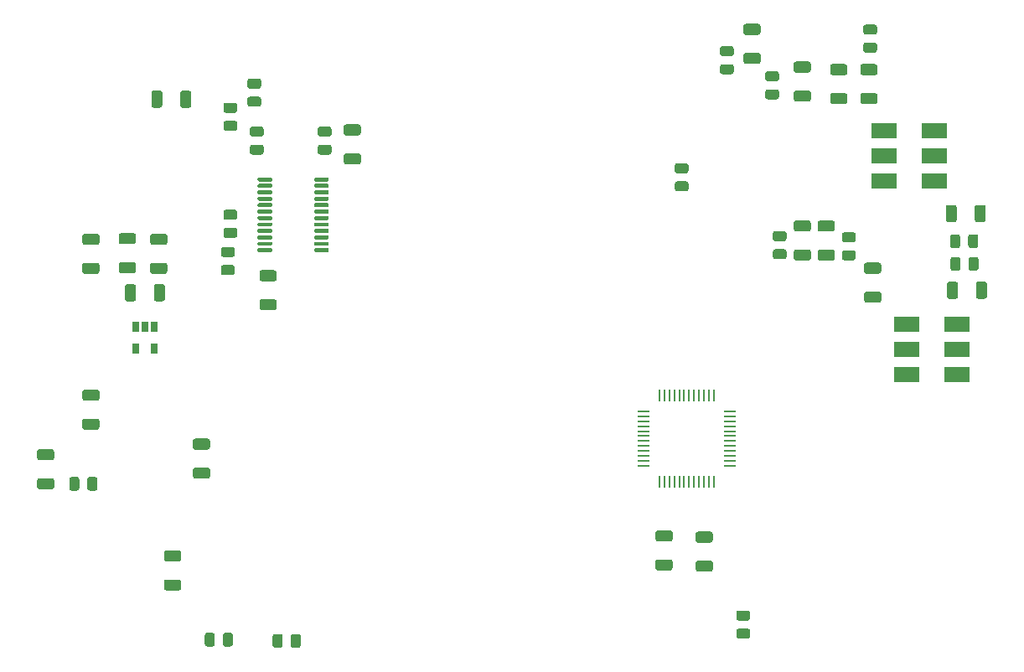
<source format=gbr>
%TF.GenerationSoftware,KiCad,Pcbnew,5.1.10-88a1d61d58~88~ubuntu18.04.1*%
%TF.CreationDate,2021-07-13T17:51:20-03:00*%
%TF.ProjectId,ASBF,41534246-2e6b-4696-9361-645f70636258,V1.1*%
%TF.SameCoordinates,Original*%
%TF.FileFunction,Paste,Top*%
%TF.FilePolarity,Positive*%
%FSLAX46Y46*%
G04 Gerber Fmt 4.6, Leading zero omitted, Abs format (unit mm)*
G04 Created by KiCad (PCBNEW 5.1.10-88a1d61d58~88~ubuntu18.04.1) date 2021-07-13 17:51:20*
%MOMM*%
%LPD*%
G01*
G04 APERTURE LIST*
%ADD10R,2.540000X1.650000*%
%ADD11R,0.250000X1.300000*%
%ADD12R,1.300000X0.250000*%
%ADD13R,0.650000X1.060000*%
G04 APERTURE END LIST*
D10*
%TO.C,TR1*%
X173736000Y-56769000D03*
X173736000Y-59309000D03*
X173736000Y-61849000D03*
X168656000Y-61849000D03*
X168656000Y-59309000D03*
X168656000Y-56769000D03*
%TD*%
D11*
%TO.C,U3*%
X143681000Y-63976000D03*
X144181000Y-63976000D03*
X144681000Y-63976000D03*
X145181000Y-63976000D03*
X145681000Y-63976000D03*
X146181000Y-63976000D03*
X146681000Y-63976000D03*
X147181000Y-63976000D03*
X147681000Y-63976000D03*
X148181000Y-63976000D03*
X148681000Y-63976000D03*
X149181000Y-63976000D03*
D12*
X150781000Y-65576000D03*
X150781000Y-66076000D03*
X150781000Y-66576000D03*
X150781000Y-67076000D03*
X150781000Y-67576000D03*
X150781000Y-68076000D03*
X150781000Y-68576000D03*
X150781000Y-69076000D03*
X150781000Y-69576000D03*
X150781000Y-70076000D03*
X150781000Y-70576000D03*
X150781000Y-71076000D03*
D11*
X149181000Y-72676000D03*
X148681000Y-72676000D03*
X148181000Y-72676000D03*
X147681000Y-72676000D03*
X147181000Y-72676000D03*
X146681000Y-72676000D03*
X146181000Y-72676000D03*
X145681000Y-72676000D03*
X145181000Y-72676000D03*
X144681000Y-72676000D03*
X144181000Y-72676000D03*
X143681000Y-72676000D03*
D12*
X142081000Y-71076000D03*
X142081000Y-70576000D03*
X142081000Y-70076000D03*
X142081000Y-69576000D03*
X142081000Y-69076000D03*
X142081000Y-68576000D03*
X142081000Y-68076000D03*
X142081000Y-67576000D03*
X142081000Y-67076000D03*
X142081000Y-66576000D03*
X142081000Y-66076000D03*
X142081000Y-65576000D03*
%TD*%
%TO.C,U2*%
G36*
G01*
X108805000Y-42245000D02*
X108805000Y-42045000D01*
G75*
G02*
X108905000Y-41945000I100000J0D01*
G01*
X110180000Y-41945000D01*
G75*
G02*
X110280000Y-42045000I0J-100000D01*
G01*
X110280000Y-42245000D01*
G75*
G02*
X110180000Y-42345000I-100000J0D01*
G01*
X108905000Y-42345000D01*
G75*
G02*
X108805000Y-42245000I0J100000D01*
G01*
G37*
G36*
G01*
X108805000Y-42895000D02*
X108805000Y-42695000D01*
G75*
G02*
X108905000Y-42595000I100000J0D01*
G01*
X110180000Y-42595000D01*
G75*
G02*
X110280000Y-42695000I0J-100000D01*
G01*
X110280000Y-42895000D01*
G75*
G02*
X110180000Y-42995000I-100000J0D01*
G01*
X108905000Y-42995000D01*
G75*
G02*
X108805000Y-42895000I0J100000D01*
G01*
G37*
G36*
G01*
X108805000Y-43545000D02*
X108805000Y-43345000D01*
G75*
G02*
X108905000Y-43245000I100000J0D01*
G01*
X110180000Y-43245000D01*
G75*
G02*
X110280000Y-43345000I0J-100000D01*
G01*
X110280000Y-43545000D01*
G75*
G02*
X110180000Y-43645000I-100000J0D01*
G01*
X108905000Y-43645000D01*
G75*
G02*
X108805000Y-43545000I0J100000D01*
G01*
G37*
G36*
G01*
X108805000Y-44195000D02*
X108805000Y-43995000D01*
G75*
G02*
X108905000Y-43895000I100000J0D01*
G01*
X110180000Y-43895000D01*
G75*
G02*
X110280000Y-43995000I0J-100000D01*
G01*
X110280000Y-44195000D01*
G75*
G02*
X110180000Y-44295000I-100000J0D01*
G01*
X108905000Y-44295000D01*
G75*
G02*
X108805000Y-44195000I0J100000D01*
G01*
G37*
G36*
G01*
X108805000Y-44845000D02*
X108805000Y-44645000D01*
G75*
G02*
X108905000Y-44545000I100000J0D01*
G01*
X110180000Y-44545000D01*
G75*
G02*
X110280000Y-44645000I0J-100000D01*
G01*
X110280000Y-44845000D01*
G75*
G02*
X110180000Y-44945000I-100000J0D01*
G01*
X108905000Y-44945000D01*
G75*
G02*
X108805000Y-44845000I0J100000D01*
G01*
G37*
G36*
G01*
X108805000Y-45495000D02*
X108805000Y-45295000D01*
G75*
G02*
X108905000Y-45195000I100000J0D01*
G01*
X110180000Y-45195000D01*
G75*
G02*
X110280000Y-45295000I0J-100000D01*
G01*
X110280000Y-45495000D01*
G75*
G02*
X110180000Y-45595000I-100000J0D01*
G01*
X108905000Y-45595000D01*
G75*
G02*
X108805000Y-45495000I0J100000D01*
G01*
G37*
G36*
G01*
X108805000Y-46145000D02*
X108805000Y-45945000D01*
G75*
G02*
X108905000Y-45845000I100000J0D01*
G01*
X110180000Y-45845000D01*
G75*
G02*
X110280000Y-45945000I0J-100000D01*
G01*
X110280000Y-46145000D01*
G75*
G02*
X110180000Y-46245000I-100000J0D01*
G01*
X108905000Y-46245000D01*
G75*
G02*
X108805000Y-46145000I0J100000D01*
G01*
G37*
G36*
G01*
X108805000Y-46795000D02*
X108805000Y-46595000D01*
G75*
G02*
X108905000Y-46495000I100000J0D01*
G01*
X110180000Y-46495000D01*
G75*
G02*
X110280000Y-46595000I0J-100000D01*
G01*
X110280000Y-46795000D01*
G75*
G02*
X110180000Y-46895000I-100000J0D01*
G01*
X108905000Y-46895000D01*
G75*
G02*
X108805000Y-46795000I0J100000D01*
G01*
G37*
G36*
G01*
X108805000Y-47445000D02*
X108805000Y-47245000D01*
G75*
G02*
X108905000Y-47145000I100000J0D01*
G01*
X110180000Y-47145000D01*
G75*
G02*
X110280000Y-47245000I0J-100000D01*
G01*
X110280000Y-47445000D01*
G75*
G02*
X110180000Y-47545000I-100000J0D01*
G01*
X108905000Y-47545000D01*
G75*
G02*
X108805000Y-47445000I0J100000D01*
G01*
G37*
G36*
G01*
X108805000Y-48095000D02*
X108805000Y-47895000D01*
G75*
G02*
X108905000Y-47795000I100000J0D01*
G01*
X110180000Y-47795000D01*
G75*
G02*
X110280000Y-47895000I0J-100000D01*
G01*
X110280000Y-48095000D01*
G75*
G02*
X110180000Y-48195000I-100000J0D01*
G01*
X108905000Y-48195000D01*
G75*
G02*
X108805000Y-48095000I0J100000D01*
G01*
G37*
G36*
G01*
X108805000Y-48745000D02*
X108805000Y-48545000D01*
G75*
G02*
X108905000Y-48445000I100000J0D01*
G01*
X110180000Y-48445000D01*
G75*
G02*
X110280000Y-48545000I0J-100000D01*
G01*
X110280000Y-48745000D01*
G75*
G02*
X110180000Y-48845000I-100000J0D01*
G01*
X108905000Y-48845000D01*
G75*
G02*
X108805000Y-48745000I0J100000D01*
G01*
G37*
G36*
G01*
X108805000Y-49395000D02*
X108805000Y-49195000D01*
G75*
G02*
X108905000Y-49095000I100000J0D01*
G01*
X110180000Y-49095000D01*
G75*
G02*
X110280000Y-49195000I0J-100000D01*
G01*
X110280000Y-49395000D01*
G75*
G02*
X110180000Y-49495000I-100000J0D01*
G01*
X108905000Y-49495000D01*
G75*
G02*
X108805000Y-49395000I0J100000D01*
G01*
G37*
G36*
G01*
X103080000Y-49395000D02*
X103080000Y-49195000D01*
G75*
G02*
X103180000Y-49095000I100000J0D01*
G01*
X104455000Y-49095000D01*
G75*
G02*
X104555000Y-49195000I0J-100000D01*
G01*
X104555000Y-49395000D01*
G75*
G02*
X104455000Y-49495000I-100000J0D01*
G01*
X103180000Y-49495000D01*
G75*
G02*
X103080000Y-49395000I0J100000D01*
G01*
G37*
G36*
G01*
X103080000Y-48745000D02*
X103080000Y-48545000D01*
G75*
G02*
X103180000Y-48445000I100000J0D01*
G01*
X104455000Y-48445000D01*
G75*
G02*
X104555000Y-48545000I0J-100000D01*
G01*
X104555000Y-48745000D01*
G75*
G02*
X104455000Y-48845000I-100000J0D01*
G01*
X103180000Y-48845000D01*
G75*
G02*
X103080000Y-48745000I0J100000D01*
G01*
G37*
G36*
G01*
X103080000Y-48095000D02*
X103080000Y-47895000D01*
G75*
G02*
X103180000Y-47795000I100000J0D01*
G01*
X104455000Y-47795000D01*
G75*
G02*
X104555000Y-47895000I0J-100000D01*
G01*
X104555000Y-48095000D01*
G75*
G02*
X104455000Y-48195000I-100000J0D01*
G01*
X103180000Y-48195000D01*
G75*
G02*
X103080000Y-48095000I0J100000D01*
G01*
G37*
G36*
G01*
X103080000Y-47445000D02*
X103080000Y-47245000D01*
G75*
G02*
X103180000Y-47145000I100000J0D01*
G01*
X104455000Y-47145000D01*
G75*
G02*
X104555000Y-47245000I0J-100000D01*
G01*
X104555000Y-47445000D01*
G75*
G02*
X104455000Y-47545000I-100000J0D01*
G01*
X103180000Y-47545000D01*
G75*
G02*
X103080000Y-47445000I0J100000D01*
G01*
G37*
G36*
G01*
X103080000Y-46795000D02*
X103080000Y-46595000D01*
G75*
G02*
X103180000Y-46495000I100000J0D01*
G01*
X104455000Y-46495000D01*
G75*
G02*
X104555000Y-46595000I0J-100000D01*
G01*
X104555000Y-46795000D01*
G75*
G02*
X104455000Y-46895000I-100000J0D01*
G01*
X103180000Y-46895000D01*
G75*
G02*
X103080000Y-46795000I0J100000D01*
G01*
G37*
G36*
G01*
X103080000Y-46145000D02*
X103080000Y-45945000D01*
G75*
G02*
X103180000Y-45845000I100000J0D01*
G01*
X104455000Y-45845000D01*
G75*
G02*
X104555000Y-45945000I0J-100000D01*
G01*
X104555000Y-46145000D01*
G75*
G02*
X104455000Y-46245000I-100000J0D01*
G01*
X103180000Y-46245000D01*
G75*
G02*
X103080000Y-46145000I0J100000D01*
G01*
G37*
G36*
G01*
X103080000Y-45495000D02*
X103080000Y-45295000D01*
G75*
G02*
X103180000Y-45195000I100000J0D01*
G01*
X104455000Y-45195000D01*
G75*
G02*
X104555000Y-45295000I0J-100000D01*
G01*
X104555000Y-45495000D01*
G75*
G02*
X104455000Y-45595000I-100000J0D01*
G01*
X103180000Y-45595000D01*
G75*
G02*
X103080000Y-45495000I0J100000D01*
G01*
G37*
G36*
G01*
X103080000Y-44845000D02*
X103080000Y-44645000D01*
G75*
G02*
X103180000Y-44545000I100000J0D01*
G01*
X104455000Y-44545000D01*
G75*
G02*
X104555000Y-44645000I0J-100000D01*
G01*
X104555000Y-44845000D01*
G75*
G02*
X104455000Y-44945000I-100000J0D01*
G01*
X103180000Y-44945000D01*
G75*
G02*
X103080000Y-44845000I0J100000D01*
G01*
G37*
G36*
G01*
X103080000Y-44195000D02*
X103080000Y-43995000D01*
G75*
G02*
X103180000Y-43895000I100000J0D01*
G01*
X104455000Y-43895000D01*
G75*
G02*
X104555000Y-43995000I0J-100000D01*
G01*
X104555000Y-44195000D01*
G75*
G02*
X104455000Y-44295000I-100000J0D01*
G01*
X103180000Y-44295000D01*
G75*
G02*
X103080000Y-44195000I0J100000D01*
G01*
G37*
G36*
G01*
X103080000Y-43545000D02*
X103080000Y-43345000D01*
G75*
G02*
X103180000Y-43245000I100000J0D01*
G01*
X104455000Y-43245000D01*
G75*
G02*
X104555000Y-43345000I0J-100000D01*
G01*
X104555000Y-43545000D01*
G75*
G02*
X104455000Y-43645000I-100000J0D01*
G01*
X103180000Y-43645000D01*
G75*
G02*
X103080000Y-43545000I0J100000D01*
G01*
G37*
G36*
G01*
X103080000Y-42895000D02*
X103080000Y-42695000D01*
G75*
G02*
X103180000Y-42595000I100000J0D01*
G01*
X104455000Y-42595000D01*
G75*
G02*
X104555000Y-42695000I0J-100000D01*
G01*
X104555000Y-42895000D01*
G75*
G02*
X104455000Y-42995000I-100000J0D01*
G01*
X103180000Y-42995000D01*
G75*
G02*
X103080000Y-42895000I0J100000D01*
G01*
G37*
G36*
G01*
X103080000Y-42245000D02*
X103080000Y-42045000D01*
G75*
G02*
X103180000Y-41945000I100000J0D01*
G01*
X104455000Y-41945000D01*
G75*
G02*
X104555000Y-42045000I0J-100000D01*
G01*
X104555000Y-42245000D01*
G75*
G02*
X104455000Y-42345000I-100000J0D01*
G01*
X103180000Y-42345000D01*
G75*
G02*
X103080000Y-42245000I0J100000D01*
G01*
G37*
%TD*%
D13*
%TO.C,U1*%
X92644000Y-59266000D03*
X90744000Y-59266000D03*
X90744000Y-57066000D03*
X91694000Y-57066000D03*
X92644000Y-57066000D03*
%TD*%
D10*
%TO.C,TR2*%
X171450000Y-37211000D03*
X171450000Y-39751000D03*
X171450000Y-42291000D03*
X166370000Y-42291000D03*
X166370000Y-39751000D03*
X166370000Y-37211000D03*
%TD*%
%TO.C,R22*%
G36*
G01*
X162423001Y-31612000D02*
X161172999Y-31612000D01*
G75*
G02*
X160923000Y-31362001I0J249999D01*
G01*
X160923000Y-30736999D01*
G75*
G02*
X161172999Y-30487000I249999J0D01*
G01*
X162423001Y-30487000D01*
G75*
G02*
X162673000Y-30736999I0J-249999D01*
G01*
X162673000Y-31362001D01*
G75*
G02*
X162423001Y-31612000I-249999J0D01*
G01*
G37*
G36*
G01*
X162423001Y-34537000D02*
X161172999Y-34537000D01*
G75*
G02*
X160923000Y-34287001I0J249999D01*
G01*
X160923000Y-33661999D01*
G75*
G02*
X161172999Y-33412000I249999J0D01*
G01*
X162423001Y-33412000D01*
G75*
G02*
X162673000Y-33661999I0J-249999D01*
G01*
X162673000Y-34287001D01*
G75*
G02*
X162423001Y-34537000I-249999J0D01*
G01*
G37*
%TD*%
%TO.C,R21*%
G36*
G01*
X158740001Y-31358000D02*
X157489999Y-31358000D01*
G75*
G02*
X157240000Y-31108001I0J249999D01*
G01*
X157240000Y-30482999D01*
G75*
G02*
X157489999Y-30233000I249999J0D01*
G01*
X158740001Y-30233000D01*
G75*
G02*
X158990000Y-30482999I0J-249999D01*
G01*
X158990000Y-31108001D01*
G75*
G02*
X158740001Y-31358000I-249999J0D01*
G01*
G37*
G36*
G01*
X158740001Y-34283000D02*
X157489999Y-34283000D01*
G75*
G02*
X157240000Y-34033001I0J249999D01*
G01*
X157240000Y-33407999D01*
G75*
G02*
X157489999Y-33158000I249999J0D01*
G01*
X158740001Y-33158000D01*
G75*
G02*
X158990000Y-33407999I0J-249999D01*
G01*
X158990000Y-34033001D01*
G75*
G02*
X158740001Y-34283000I-249999J0D01*
G01*
G37*
%TD*%
%TO.C,R20*%
G36*
G01*
X152409999Y-29348000D02*
X153660001Y-29348000D01*
G75*
G02*
X153910000Y-29597999I0J-249999D01*
G01*
X153910000Y-30223001D01*
G75*
G02*
X153660001Y-30473000I-249999J0D01*
G01*
X152409999Y-30473000D01*
G75*
G02*
X152160000Y-30223001I0J249999D01*
G01*
X152160000Y-29597999D01*
G75*
G02*
X152409999Y-29348000I249999J0D01*
G01*
G37*
G36*
G01*
X152409999Y-26423000D02*
X153660001Y-26423000D01*
G75*
G02*
X153910000Y-26672999I0J-249999D01*
G01*
X153910000Y-27298001D01*
G75*
G02*
X153660001Y-27548000I-249999J0D01*
G01*
X152409999Y-27548000D01*
G75*
G02*
X152160000Y-27298001I0J249999D01*
G01*
X152160000Y-26672999D01*
G75*
G02*
X152409999Y-26423000I249999J0D01*
G01*
G37*
%TD*%
%TO.C,R19*%
G36*
G01*
X175525000Y-46218001D02*
X175525000Y-44967999D01*
G75*
G02*
X175774999Y-44718000I249999J0D01*
G01*
X176400001Y-44718000D01*
G75*
G02*
X176650000Y-44967999I0J-249999D01*
G01*
X176650000Y-46218001D01*
G75*
G02*
X176400001Y-46468000I-249999J0D01*
G01*
X175774999Y-46468000D01*
G75*
G02*
X175525000Y-46218001I0J249999D01*
G01*
G37*
G36*
G01*
X172600000Y-46218001D02*
X172600000Y-44967999D01*
G75*
G02*
X172849999Y-44718000I249999J0D01*
G01*
X173475001Y-44718000D01*
G75*
G02*
X173725000Y-44967999I0J-249999D01*
G01*
X173725000Y-46218001D01*
G75*
G02*
X173475001Y-46468000I-249999J0D01*
G01*
X172849999Y-46468000D01*
G75*
G02*
X172600000Y-46218001I0J249999D01*
G01*
G37*
%TD*%
%TO.C,R18*%
G36*
G01*
X158740001Y-47421500D02*
X157489999Y-47421500D01*
G75*
G02*
X157240000Y-47171501I0J249999D01*
G01*
X157240000Y-46546499D01*
G75*
G02*
X157489999Y-46296500I249999J0D01*
G01*
X158740001Y-46296500D01*
G75*
G02*
X158990000Y-46546499I0J-249999D01*
G01*
X158990000Y-47171501D01*
G75*
G02*
X158740001Y-47421500I-249999J0D01*
G01*
G37*
G36*
G01*
X158740001Y-50346500D02*
X157489999Y-50346500D01*
G75*
G02*
X157240000Y-50096501I0J249999D01*
G01*
X157240000Y-49471499D01*
G75*
G02*
X157489999Y-49221500I249999J0D01*
G01*
X158740001Y-49221500D01*
G75*
G02*
X158990000Y-49471499I0J-249999D01*
G01*
X158990000Y-50096501D01*
G75*
G02*
X158740001Y-50346500I-249999J0D01*
G01*
G37*
%TD*%
%TO.C,R17*%
G36*
G01*
X165471001Y-31612000D02*
X164220999Y-31612000D01*
G75*
G02*
X163971000Y-31362001I0J249999D01*
G01*
X163971000Y-30736999D01*
G75*
G02*
X164220999Y-30487000I249999J0D01*
G01*
X165471001Y-30487000D01*
G75*
G02*
X165721000Y-30736999I0J-249999D01*
G01*
X165721000Y-31362001D01*
G75*
G02*
X165471001Y-31612000I-249999J0D01*
G01*
G37*
G36*
G01*
X165471001Y-34537000D02*
X164220999Y-34537000D01*
G75*
G02*
X163971000Y-34287001I0J249999D01*
G01*
X163971000Y-33661999D01*
G75*
G02*
X164220999Y-33412000I249999J0D01*
G01*
X165471001Y-33412000D01*
G75*
G02*
X165721000Y-33661999I0J-249999D01*
G01*
X165721000Y-34287001D01*
G75*
G02*
X165471001Y-34537000I-249999J0D01*
G01*
G37*
%TD*%
%TO.C,R16*%
G36*
G01*
X165852001Y-51678000D02*
X164601999Y-51678000D01*
G75*
G02*
X164352000Y-51428001I0J249999D01*
G01*
X164352000Y-50802999D01*
G75*
G02*
X164601999Y-50553000I249999J0D01*
G01*
X165852001Y-50553000D01*
G75*
G02*
X166102000Y-50802999I0J-249999D01*
G01*
X166102000Y-51428001D01*
G75*
G02*
X165852001Y-51678000I-249999J0D01*
G01*
G37*
G36*
G01*
X165852001Y-54603000D02*
X164601999Y-54603000D01*
G75*
G02*
X164352000Y-54353001I0J249999D01*
G01*
X164352000Y-53727999D01*
G75*
G02*
X164601999Y-53478000I249999J0D01*
G01*
X165852001Y-53478000D01*
G75*
G02*
X166102000Y-53727999I0J-249999D01*
G01*
X166102000Y-54353001D01*
G75*
G02*
X165852001Y-54603000I-249999J0D01*
G01*
G37*
%TD*%
%TO.C,R15*%
G36*
G01*
X159902999Y-49221500D02*
X161153001Y-49221500D01*
G75*
G02*
X161403000Y-49471499I0J-249999D01*
G01*
X161403000Y-50096501D01*
G75*
G02*
X161153001Y-50346500I-249999J0D01*
G01*
X159902999Y-50346500D01*
G75*
G02*
X159653000Y-50096501I0J249999D01*
G01*
X159653000Y-49471499D01*
G75*
G02*
X159902999Y-49221500I249999J0D01*
G01*
G37*
G36*
G01*
X159902999Y-46296500D02*
X161153001Y-46296500D01*
G75*
G02*
X161403000Y-46546499I0J-249999D01*
G01*
X161403000Y-47171501D01*
G75*
G02*
X161153001Y-47421500I-249999J0D01*
G01*
X159902999Y-47421500D01*
G75*
G02*
X159653000Y-47171501I0J249999D01*
G01*
X159653000Y-46546499D01*
G75*
G02*
X159902999Y-46296500I249999J0D01*
G01*
G37*
%TD*%
%TO.C,R14*%
G36*
G01*
X175652000Y-53965001D02*
X175652000Y-52714999D01*
G75*
G02*
X175901999Y-52465000I249999J0D01*
G01*
X176527001Y-52465000D01*
G75*
G02*
X176777000Y-52714999I0J-249999D01*
G01*
X176777000Y-53965001D01*
G75*
G02*
X176527001Y-54215000I-249999J0D01*
G01*
X175901999Y-54215000D01*
G75*
G02*
X175652000Y-53965001I0J249999D01*
G01*
G37*
G36*
G01*
X172727000Y-53965001D02*
X172727000Y-52714999D01*
G75*
G02*
X172976999Y-52465000I249999J0D01*
G01*
X173602001Y-52465000D01*
G75*
G02*
X173852000Y-52714999I0J-249999D01*
G01*
X173852000Y-53965001D01*
G75*
G02*
X173602001Y-54215000I-249999J0D01*
G01*
X172976999Y-54215000D01*
G75*
G02*
X172727000Y-53965001I0J249999D01*
G01*
G37*
%TD*%
%TO.C,R13*%
G36*
G01*
X148834001Y-78856000D02*
X147583999Y-78856000D01*
G75*
G02*
X147334000Y-78606001I0J249999D01*
G01*
X147334000Y-77980999D01*
G75*
G02*
X147583999Y-77731000I249999J0D01*
G01*
X148834001Y-77731000D01*
G75*
G02*
X149084000Y-77980999I0J-249999D01*
G01*
X149084000Y-78606001D01*
G75*
G02*
X148834001Y-78856000I-249999J0D01*
G01*
G37*
G36*
G01*
X148834001Y-81781000D02*
X147583999Y-81781000D01*
G75*
G02*
X147334000Y-81531001I0J249999D01*
G01*
X147334000Y-80905999D01*
G75*
G02*
X147583999Y-80656000I249999J0D01*
G01*
X148834001Y-80656000D01*
G75*
G02*
X149084000Y-80905999I0J-249999D01*
G01*
X149084000Y-81531001D01*
G75*
G02*
X148834001Y-81781000I-249999J0D01*
G01*
G37*
%TD*%
%TO.C,R12*%
G36*
G01*
X144770001Y-78729000D02*
X143519999Y-78729000D01*
G75*
G02*
X143270000Y-78479001I0J249999D01*
G01*
X143270000Y-77853999D01*
G75*
G02*
X143519999Y-77604000I249999J0D01*
G01*
X144770001Y-77604000D01*
G75*
G02*
X145020000Y-77853999I0J-249999D01*
G01*
X145020000Y-78479001D01*
G75*
G02*
X144770001Y-78729000I-249999J0D01*
G01*
G37*
G36*
G01*
X144770001Y-81654000D02*
X143519999Y-81654000D01*
G75*
G02*
X143270000Y-81404001I0J249999D01*
G01*
X143270000Y-80778999D01*
G75*
G02*
X143519999Y-80529000I249999J0D01*
G01*
X144770001Y-80529000D01*
G75*
G02*
X145020000Y-80778999I0J-249999D01*
G01*
X145020000Y-81404001D01*
G75*
G02*
X144770001Y-81654000I-249999J0D01*
G01*
G37*
%TD*%
%TO.C,R11*%
G36*
G01*
X113274001Y-37708000D02*
X112023999Y-37708000D01*
G75*
G02*
X111774000Y-37458001I0J249999D01*
G01*
X111774000Y-36832999D01*
G75*
G02*
X112023999Y-36583000I249999J0D01*
G01*
X113274001Y-36583000D01*
G75*
G02*
X113524000Y-36832999I0J-249999D01*
G01*
X113524000Y-37458001D01*
G75*
G02*
X113274001Y-37708000I-249999J0D01*
G01*
G37*
G36*
G01*
X113274001Y-40633000D02*
X112023999Y-40633000D01*
G75*
G02*
X111774000Y-40383001I0J249999D01*
G01*
X111774000Y-39757999D01*
G75*
G02*
X112023999Y-39508000I249999J0D01*
G01*
X113274001Y-39508000D01*
G75*
G02*
X113524000Y-39757999I0J-249999D01*
G01*
X113524000Y-40383001D01*
G75*
G02*
X113274001Y-40633000I-249999J0D01*
G01*
G37*
%TD*%
%TO.C,R10*%
G36*
G01*
X103514999Y-54240000D02*
X104765001Y-54240000D01*
G75*
G02*
X105015000Y-54489999I0J-249999D01*
G01*
X105015000Y-55115001D01*
G75*
G02*
X104765001Y-55365000I-249999J0D01*
G01*
X103514999Y-55365000D01*
G75*
G02*
X103265000Y-55115001I0J249999D01*
G01*
X103265000Y-54489999D01*
G75*
G02*
X103514999Y-54240000I249999J0D01*
G01*
G37*
G36*
G01*
X103514999Y-51315000D02*
X104765001Y-51315000D01*
G75*
G02*
X105015000Y-51564999I0J-249999D01*
G01*
X105015000Y-52190001D01*
G75*
G02*
X104765001Y-52440000I-249999J0D01*
G01*
X103514999Y-52440000D01*
G75*
G02*
X103265000Y-52190001I0J249999D01*
G01*
X103265000Y-51564999D01*
G75*
G02*
X103514999Y-51315000I249999J0D01*
G01*
G37*
%TD*%
%TO.C,R9*%
G36*
G01*
X93716001Y-48757000D02*
X92465999Y-48757000D01*
G75*
G02*
X92216000Y-48507001I0J249999D01*
G01*
X92216000Y-47881999D01*
G75*
G02*
X92465999Y-47632000I249999J0D01*
G01*
X93716001Y-47632000D01*
G75*
G02*
X93966000Y-47881999I0J-249999D01*
G01*
X93966000Y-48507001D01*
G75*
G02*
X93716001Y-48757000I-249999J0D01*
G01*
G37*
G36*
G01*
X93716001Y-51682000D02*
X92465999Y-51682000D01*
G75*
G02*
X92216000Y-51432001I0J249999D01*
G01*
X92216000Y-50806999D01*
G75*
G02*
X92465999Y-50557000I249999J0D01*
G01*
X93716001Y-50557000D01*
G75*
G02*
X93966000Y-50806999I0J-249999D01*
G01*
X93966000Y-51432001D01*
G75*
G02*
X93716001Y-51682000I-249999J0D01*
G01*
G37*
%TD*%
%TO.C,R8*%
G36*
G01*
X95261000Y-34661001D02*
X95261000Y-33410999D01*
G75*
G02*
X95510999Y-33161000I249999J0D01*
G01*
X96136001Y-33161000D01*
G75*
G02*
X96386000Y-33410999I0J-249999D01*
G01*
X96386000Y-34661001D01*
G75*
G02*
X96136001Y-34911000I-249999J0D01*
G01*
X95510999Y-34911000D01*
G75*
G02*
X95261000Y-34661001I0J249999D01*
G01*
G37*
G36*
G01*
X92336000Y-34661001D02*
X92336000Y-33410999D01*
G75*
G02*
X92585999Y-33161000I249999J0D01*
G01*
X93211001Y-33161000D01*
G75*
G02*
X93461000Y-33410999I0J-249999D01*
G01*
X93461000Y-34661001D01*
G75*
G02*
X93211001Y-34911000I-249999J0D01*
G01*
X92585999Y-34911000D01*
G75*
G02*
X92336000Y-34661001I0J249999D01*
G01*
G37*
%TD*%
%TO.C,R7*%
G36*
G01*
X92594000Y-54219001D02*
X92594000Y-52968999D01*
G75*
G02*
X92843999Y-52719000I249999J0D01*
G01*
X93469001Y-52719000D01*
G75*
G02*
X93719000Y-52968999I0J-249999D01*
G01*
X93719000Y-54219001D01*
G75*
G02*
X93469001Y-54469000I-249999J0D01*
G01*
X92843999Y-54469000D01*
G75*
G02*
X92594000Y-54219001I0J249999D01*
G01*
G37*
G36*
G01*
X89669000Y-54219001D02*
X89669000Y-52968999D01*
G75*
G02*
X89918999Y-52719000I249999J0D01*
G01*
X90544001Y-52719000D01*
G75*
G02*
X90794000Y-52968999I0J-249999D01*
G01*
X90794000Y-54219001D01*
G75*
G02*
X90544001Y-54469000I-249999J0D01*
G01*
X89918999Y-54469000D01*
G75*
G02*
X89669000Y-54219001I0J249999D01*
G01*
G37*
%TD*%
%TO.C,R6*%
G36*
G01*
X95113001Y-80761000D02*
X93862999Y-80761000D01*
G75*
G02*
X93613000Y-80511001I0J249999D01*
G01*
X93613000Y-79885999D01*
G75*
G02*
X93862999Y-79636000I249999J0D01*
G01*
X95113001Y-79636000D01*
G75*
G02*
X95363000Y-79885999I0J-249999D01*
G01*
X95363000Y-80511001D01*
G75*
G02*
X95113001Y-80761000I-249999J0D01*
G01*
G37*
G36*
G01*
X95113001Y-83686000D02*
X93862999Y-83686000D01*
G75*
G02*
X93613000Y-83436001I0J249999D01*
G01*
X93613000Y-82810999D01*
G75*
G02*
X93862999Y-82561000I249999J0D01*
G01*
X95113001Y-82561000D01*
G75*
G02*
X95363000Y-82810999I0J-249999D01*
G01*
X95363000Y-83436001D01*
G75*
G02*
X95113001Y-83686000I-249999J0D01*
G01*
G37*
%TD*%
%TO.C,R5*%
G36*
G01*
X96783999Y-71258000D02*
X98034001Y-71258000D01*
G75*
G02*
X98284000Y-71507999I0J-249999D01*
G01*
X98284000Y-72133001D01*
G75*
G02*
X98034001Y-72383000I-249999J0D01*
G01*
X96783999Y-72383000D01*
G75*
G02*
X96534000Y-72133001I0J249999D01*
G01*
X96534000Y-71507999D01*
G75*
G02*
X96783999Y-71258000I249999J0D01*
G01*
G37*
G36*
G01*
X96783999Y-68333000D02*
X98034001Y-68333000D01*
G75*
G02*
X98284000Y-68582999I0J-249999D01*
G01*
X98284000Y-69208001D01*
G75*
G02*
X98034001Y-69458000I-249999J0D01*
G01*
X96783999Y-69458000D01*
G75*
G02*
X96534000Y-69208001I0J249999D01*
G01*
X96534000Y-68582999D01*
G75*
G02*
X96783999Y-68333000I249999J0D01*
G01*
G37*
%TD*%
%TO.C,R4*%
G36*
G01*
X89290999Y-50491500D02*
X90541001Y-50491500D01*
G75*
G02*
X90791000Y-50741499I0J-249999D01*
G01*
X90791000Y-51366501D01*
G75*
G02*
X90541001Y-51616500I-249999J0D01*
G01*
X89290999Y-51616500D01*
G75*
G02*
X89041000Y-51366501I0J249999D01*
G01*
X89041000Y-50741499D01*
G75*
G02*
X89290999Y-50491500I249999J0D01*
G01*
G37*
G36*
G01*
X89290999Y-47566500D02*
X90541001Y-47566500D01*
G75*
G02*
X90791000Y-47816499I0J-249999D01*
G01*
X90791000Y-48441501D01*
G75*
G02*
X90541001Y-48691500I-249999J0D01*
G01*
X89290999Y-48691500D01*
G75*
G02*
X89041000Y-48441501I0J249999D01*
G01*
X89041000Y-47816499D01*
G75*
G02*
X89290999Y-47566500I249999J0D01*
G01*
G37*
%TD*%
%TO.C,R3*%
G36*
G01*
X85607999Y-50557000D02*
X86858001Y-50557000D01*
G75*
G02*
X87108000Y-50806999I0J-249999D01*
G01*
X87108000Y-51432001D01*
G75*
G02*
X86858001Y-51682000I-249999J0D01*
G01*
X85607999Y-51682000D01*
G75*
G02*
X85358000Y-51432001I0J249999D01*
G01*
X85358000Y-50806999D01*
G75*
G02*
X85607999Y-50557000I249999J0D01*
G01*
G37*
G36*
G01*
X85607999Y-47632000D02*
X86858001Y-47632000D01*
G75*
G02*
X87108000Y-47881999I0J-249999D01*
G01*
X87108000Y-48507001D01*
G75*
G02*
X86858001Y-48757000I-249999J0D01*
G01*
X85607999Y-48757000D01*
G75*
G02*
X85358000Y-48507001I0J249999D01*
G01*
X85358000Y-47881999D01*
G75*
G02*
X85607999Y-47632000I249999J0D01*
G01*
G37*
%TD*%
%TO.C,R2*%
G36*
G01*
X86858001Y-64505000D02*
X85607999Y-64505000D01*
G75*
G02*
X85358000Y-64255001I0J249999D01*
G01*
X85358000Y-63629999D01*
G75*
G02*
X85607999Y-63380000I249999J0D01*
G01*
X86858001Y-63380000D01*
G75*
G02*
X87108000Y-63629999I0J-249999D01*
G01*
X87108000Y-64255001D01*
G75*
G02*
X86858001Y-64505000I-249999J0D01*
G01*
G37*
G36*
G01*
X86858001Y-67430000D02*
X85607999Y-67430000D01*
G75*
G02*
X85358000Y-67180001I0J249999D01*
G01*
X85358000Y-66554999D01*
G75*
G02*
X85607999Y-66305000I249999J0D01*
G01*
X86858001Y-66305000D01*
G75*
G02*
X87108000Y-66554999I0J-249999D01*
G01*
X87108000Y-67180001D01*
G75*
G02*
X86858001Y-67430000I-249999J0D01*
G01*
G37*
%TD*%
%TO.C,R1*%
G36*
G01*
X82286001Y-70535500D02*
X81035999Y-70535500D01*
G75*
G02*
X80786000Y-70285501I0J249999D01*
G01*
X80786000Y-69660499D01*
G75*
G02*
X81035999Y-69410500I249999J0D01*
G01*
X82286001Y-69410500D01*
G75*
G02*
X82536000Y-69660499I0J-249999D01*
G01*
X82536000Y-70285501D01*
G75*
G02*
X82286001Y-70535500I-249999J0D01*
G01*
G37*
G36*
G01*
X82286001Y-73460500D02*
X81035999Y-73460500D01*
G75*
G02*
X80786000Y-73210501I0J249999D01*
G01*
X80786000Y-72585499D01*
G75*
G02*
X81035999Y-72335500I249999J0D01*
G01*
X82286001Y-72335500D01*
G75*
G02*
X82536000Y-72585499I0J-249999D01*
G01*
X82536000Y-73210501D01*
G75*
G02*
X82286001Y-73460500I-249999J0D01*
G01*
G37*
%TD*%
%TO.C,C24*%
G36*
G01*
X174874500Y-48837001D02*
X174874500Y-47936999D01*
G75*
G02*
X175124499Y-47687000I249999J0D01*
G01*
X175649501Y-47687000D01*
G75*
G02*
X175899500Y-47936999I0J-249999D01*
G01*
X175899500Y-48837001D01*
G75*
G02*
X175649501Y-49087000I-249999J0D01*
G01*
X175124499Y-49087000D01*
G75*
G02*
X174874500Y-48837001I0J249999D01*
G01*
G37*
G36*
G01*
X173049500Y-48837001D02*
X173049500Y-47936999D01*
G75*
G02*
X173299499Y-47687000I249999J0D01*
G01*
X173824501Y-47687000D01*
G75*
G02*
X174074500Y-47936999I0J-249999D01*
G01*
X174074500Y-48837001D01*
G75*
G02*
X173824501Y-49087000I-249999J0D01*
G01*
X173299499Y-49087000D01*
G75*
G02*
X173049500Y-48837001I0J249999D01*
G01*
G37*
%TD*%
%TO.C,C23*%
G36*
G01*
X156279001Y-48391500D02*
X155378999Y-48391500D01*
G75*
G02*
X155129000Y-48141501I0J249999D01*
G01*
X155129000Y-47616499D01*
G75*
G02*
X155378999Y-47366500I249999J0D01*
G01*
X156279001Y-47366500D01*
G75*
G02*
X156529000Y-47616499I0J-249999D01*
G01*
X156529000Y-48141501D01*
G75*
G02*
X156279001Y-48391500I-249999J0D01*
G01*
G37*
G36*
G01*
X156279001Y-50216500D02*
X155378999Y-50216500D01*
G75*
G02*
X155129000Y-49966501I0J249999D01*
G01*
X155129000Y-49441499D01*
G75*
G02*
X155378999Y-49191500I249999J0D01*
G01*
X156279001Y-49191500D01*
G75*
G02*
X156529000Y-49441499I0J-249999D01*
G01*
X156529000Y-49966501D01*
G75*
G02*
X156279001Y-50216500I-249999J0D01*
G01*
G37*
%TD*%
%TO.C,C22*%
G36*
G01*
X146373001Y-41533500D02*
X145472999Y-41533500D01*
G75*
G02*
X145223000Y-41283501I0J249999D01*
G01*
X145223000Y-40758499D01*
G75*
G02*
X145472999Y-40508500I249999J0D01*
G01*
X146373001Y-40508500D01*
G75*
G02*
X146623000Y-40758499I0J-249999D01*
G01*
X146623000Y-41283501D01*
G75*
G02*
X146373001Y-41533500I-249999J0D01*
G01*
G37*
G36*
G01*
X146373001Y-43358500D02*
X145472999Y-43358500D01*
G75*
G02*
X145223000Y-43108501I0J249999D01*
G01*
X145223000Y-42583499D01*
G75*
G02*
X145472999Y-42333500I249999J0D01*
G01*
X146373001Y-42333500D01*
G75*
G02*
X146623000Y-42583499I0J-249999D01*
G01*
X146623000Y-43108501D01*
G75*
G02*
X146373001Y-43358500I-249999J0D01*
G01*
G37*
%TD*%
%TO.C,C21*%
G36*
G01*
X162363999Y-49295000D02*
X163264001Y-49295000D01*
G75*
G02*
X163514000Y-49544999I0J-249999D01*
G01*
X163514000Y-50070001D01*
G75*
G02*
X163264001Y-50320000I-249999J0D01*
G01*
X162363999Y-50320000D01*
G75*
G02*
X162114000Y-50070001I0J249999D01*
G01*
X162114000Y-49544999D01*
G75*
G02*
X162363999Y-49295000I249999J0D01*
G01*
G37*
G36*
G01*
X162363999Y-47470000D02*
X163264001Y-47470000D01*
G75*
G02*
X163514000Y-47719999I0J-249999D01*
G01*
X163514000Y-48245001D01*
G75*
G02*
X163264001Y-48495000I-249999J0D01*
G01*
X162363999Y-48495000D01*
G75*
G02*
X162114000Y-48245001I0J249999D01*
G01*
X162114000Y-47719999D01*
G75*
G02*
X162363999Y-47470000I249999J0D01*
G01*
G37*
%TD*%
%TO.C,C20*%
G36*
G01*
X174898000Y-51123001D02*
X174898000Y-50222999D01*
G75*
G02*
X175147999Y-49973000I249999J0D01*
G01*
X175673001Y-49973000D01*
G75*
G02*
X175923000Y-50222999I0J-249999D01*
G01*
X175923000Y-51123001D01*
G75*
G02*
X175673001Y-51373000I-249999J0D01*
G01*
X175147999Y-51373000D01*
G75*
G02*
X174898000Y-51123001I0J249999D01*
G01*
G37*
G36*
G01*
X173073000Y-51123001D02*
X173073000Y-50222999D01*
G75*
G02*
X173322999Y-49973000I249999J0D01*
G01*
X173848001Y-49973000D01*
G75*
G02*
X174098000Y-50222999I0J-249999D01*
G01*
X174098000Y-51123001D01*
G75*
G02*
X173848001Y-51373000I-249999J0D01*
G01*
X173322999Y-51373000D01*
G75*
G02*
X173073000Y-51123001I0J249999D01*
G01*
G37*
%TD*%
%TO.C,C19*%
G36*
G01*
X155517001Y-32239000D02*
X154616999Y-32239000D01*
G75*
G02*
X154367000Y-31989001I0J249999D01*
G01*
X154367000Y-31463999D01*
G75*
G02*
X154616999Y-31214000I249999J0D01*
G01*
X155517001Y-31214000D01*
G75*
G02*
X155767000Y-31463999I0J-249999D01*
G01*
X155767000Y-31989001D01*
G75*
G02*
X155517001Y-32239000I-249999J0D01*
G01*
G37*
G36*
G01*
X155517001Y-34064000D02*
X154616999Y-34064000D01*
G75*
G02*
X154367000Y-33814001I0J249999D01*
G01*
X154367000Y-33288999D01*
G75*
G02*
X154616999Y-33039000I249999J0D01*
G01*
X155517001Y-33039000D01*
G75*
G02*
X155767000Y-33288999I0J-249999D01*
G01*
X155767000Y-33814001D01*
G75*
G02*
X155517001Y-34064000I-249999J0D01*
G01*
G37*
%TD*%
%TO.C,C18*%
G36*
G01*
X164522999Y-28316500D02*
X165423001Y-28316500D01*
G75*
G02*
X165673000Y-28566499I0J-249999D01*
G01*
X165673000Y-29091501D01*
G75*
G02*
X165423001Y-29341500I-249999J0D01*
G01*
X164522999Y-29341500D01*
G75*
G02*
X164273000Y-29091501I0J249999D01*
G01*
X164273000Y-28566499D01*
G75*
G02*
X164522999Y-28316500I249999J0D01*
G01*
G37*
G36*
G01*
X164522999Y-26491500D02*
X165423001Y-26491500D01*
G75*
G02*
X165673000Y-26741499I0J-249999D01*
G01*
X165673000Y-27266501D01*
G75*
G02*
X165423001Y-27516500I-249999J0D01*
G01*
X164522999Y-27516500D01*
G75*
G02*
X164273000Y-27266501I0J249999D01*
G01*
X164273000Y-26741499D01*
G75*
G02*
X164522999Y-26491500I249999J0D01*
G01*
G37*
%TD*%
%TO.C,C15*%
G36*
G01*
X151695999Y-87522000D02*
X152596001Y-87522000D01*
G75*
G02*
X152846000Y-87771999I0J-249999D01*
G01*
X152846000Y-88297001D01*
G75*
G02*
X152596001Y-88547000I-249999J0D01*
G01*
X151695999Y-88547000D01*
G75*
G02*
X151446000Y-88297001I0J249999D01*
G01*
X151446000Y-87771999D01*
G75*
G02*
X151695999Y-87522000I249999J0D01*
G01*
G37*
G36*
G01*
X151695999Y-85697000D02*
X152596001Y-85697000D01*
G75*
G02*
X152846000Y-85946999I0J-249999D01*
G01*
X152846000Y-86472001D01*
G75*
G02*
X152596001Y-86722000I-249999J0D01*
G01*
X151695999Y-86722000D01*
G75*
G02*
X151446000Y-86472001I0J249999D01*
G01*
X151446000Y-85946999D01*
G75*
G02*
X151695999Y-85697000I249999J0D01*
G01*
G37*
%TD*%
%TO.C,C14*%
G36*
G01*
X150945001Y-29699000D02*
X150044999Y-29699000D01*
G75*
G02*
X149795000Y-29449001I0J249999D01*
G01*
X149795000Y-28923999D01*
G75*
G02*
X150044999Y-28674000I249999J0D01*
G01*
X150945001Y-28674000D01*
G75*
G02*
X151195000Y-28923999I0J-249999D01*
G01*
X151195000Y-29449001D01*
G75*
G02*
X150945001Y-29699000I-249999J0D01*
G01*
G37*
G36*
G01*
X150945001Y-31524000D02*
X150044999Y-31524000D01*
G75*
G02*
X149795000Y-31274001I0J249999D01*
G01*
X149795000Y-30748999D01*
G75*
G02*
X150044999Y-30499000I249999J0D01*
G01*
X150945001Y-30499000D01*
G75*
G02*
X151195000Y-30748999I0J-249999D01*
G01*
X151195000Y-31274001D01*
G75*
G02*
X150945001Y-31524000I-249999J0D01*
G01*
G37*
%TD*%
%TO.C,C11*%
G36*
G01*
X110305001Y-37827000D02*
X109404999Y-37827000D01*
G75*
G02*
X109155000Y-37577001I0J249999D01*
G01*
X109155000Y-37051999D01*
G75*
G02*
X109404999Y-36802000I249999J0D01*
G01*
X110305001Y-36802000D01*
G75*
G02*
X110555000Y-37051999I0J-249999D01*
G01*
X110555000Y-37577001D01*
G75*
G02*
X110305001Y-37827000I-249999J0D01*
G01*
G37*
G36*
G01*
X110305001Y-39652000D02*
X109404999Y-39652000D01*
G75*
G02*
X109155000Y-39402001I0J249999D01*
G01*
X109155000Y-38876999D01*
G75*
G02*
X109404999Y-38627000I249999J0D01*
G01*
X110305001Y-38627000D01*
G75*
G02*
X110555000Y-38876999I0J-249999D01*
G01*
X110555000Y-39402001D01*
G75*
G02*
X110305001Y-39652000I-249999J0D01*
G01*
G37*
%TD*%
%TO.C,C8*%
G36*
G01*
X102546999Y-38627000D02*
X103447001Y-38627000D01*
G75*
G02*
X103697000Y-38876999I0J-249999D01*
G01*
X103697000Y-39402001D01*
G75*
G02*
X103447001Y-39652000I-249999J0D01*
G01*
X102546999Y-39652000D01*
G75*
G02*
X102297000Y-39402001I0J249999D01*
G01*
X102297000Y-38876999D01*
G75*
G02*
X102546999Y-38627000I249999J0D01*
G01*
G37*
G36*
G01*
X102546999Y-36802000D02*
X103447001Y-36802000D01*
G75*
G02*
X103697000Y-37051999I0J-249999D01*
G01*
X103697000Y-37577001D01*
G75*
G02*
X103447001Y-37827000I-249999J0D01*
G01*
X102546999Y-37827000D01*
G75*
G02*
X102297000Y-37577001I0J249999D01*
G01*
X102297000Y-37051999D01*
G75*
G02*
X102546999Y-36802000I249999J0D01*
G01*
G37*
%TD*%
%TO.C,C7*%
G36*
G01*
X99625999Y-50795500D02*
X100526001Y-50795500D01*
G75*
G02*
X100776000Y-51045499I0J-249999D01*
G01*
X100776000Y-51570501D01*
G75*
G02*
X100526001Y-51820500I-249999J0D01*
G01*
X99625999Y-51820500D01*
G75*
G02*
X99376000Y-51570501I0J249999D01*
G01*
X99376000Y-51045499D01*
G75*
G02*
X99625999Y-50795500I249999J0D01*
G01*
G37*
G36*
G01*
X99625999Y-48970500D02*
X100526001Y-48970500D01*
G75*
G02*
X100776000Y-49220499I0J-249999D01*
G01*
X100776000Y-49745501D01*
G75*
G02*
X100526001Y-49995500I-249999J0D01*
G01*
X99625999Y-49995500D01*
G75*
G02*
X99376000Y-49745501I0J249999D01*
G01*
X99376000Y-49220499D01*
G75*
G02*
X99625999Y-48970500I249999J0D01*
G01*
G37*
%TD*%
%TO.C,C6*%
G36*
G01*
X99879999Y-47032500D02*
X100780001Y-47032500D01*
G75*
G02*
X101030000Y-47282499I0J-249999D01*
G01*
X101030000Y-47807501D01*
G75*
G02*
X100780001Y-48057500I-249999J0D01*
G01*
X99879999Y-48057500D01*
G75*
G02*
X99630000Y-47807501I0J249999D01*
G01*
X99630000Y-47282499D01*
G75*
G02*
X99879999Y-47032500I249999J0D01*
G01*
G37*
G36*
G01*
X99879999Y-45207500D02*
X100780001Y-45207500D01*
G75*
G02*
X101030000Y-45457499I0J-249999D01*
G01*
X101030000Y-45982501D01*
G75*
G02*
X100780001Y-46232500I-249999J0D01*
G01*
X99879999Y-46232500D01*
G75*
G02*
X99630000Y-45982501I0J249999D01*
G01*
X99630000Y-45457499D01*
G75*
G02*
X99879999Y-45207500I249999J0D01*
G01*
G37*
%TD*%
%TO.C,C5*%
G36*
G01*
X102292999Y-33777500D02*
X103193001Y-33777500D01*
G75*
G02*
X103443000Y-34027499I0J-249999D01*
G01*
X103443000Y-34552501D01*
G75*
G02*
X103193001Y-34802500I-249999J0D01*
G01*
X102292999Y-34802500D01*
G75*
G02*
X102043000Y-34552501I0J249999D01*
G01*
X102043000Y-34027499D01*
G75*
G02*
X102292999Y-33777500I249999J0D01*
G01*
G37*
G36*
G01*
X102292999Y-31952500D02*
X103193001Y-31952500D01*
G75*
G02*
X103443000Y-32202499I0J-249999D01*
G01*
X103443000Y-32727501D01*
G75*
G02*
X103193001Y-32977500I-249999J0D01*
G01*
X102292999Y-32977500D01*
G75*
G02*
X102043000Y-32727501I0J249999D01*
G01*
X102043000Y-32202499D01*
G75*
G02*
X102292999Y-31952500I249999J0D01*
G01*
G37*
%TD*%
%TO.C,C4*%
G36*
G01*
X99879999Y-36214000D02*
X100780001Y-36214000D01*
G75*
G02*
X101030000Y-36463999I0J-249999D01*
G01*
X101030000Y-36989001D01*
G75*
G02*
X100780001Y-37239000I-249999J0D01*
G01*
X99879999Y-37239000D01*
G75*
G02*
X99630000Y-36989001I0J249999D01*
G01*
X99630000Y-36463999D01*
G75*
G02*
X99879999Y-36214000I249999J0D01*
G01*
G37*
G36*
G01*
X99879999Y-34389000D02*
X100780001Y-34389000D01*
G75*
G02*
X101030000Y-34638999I0J-249999D01*
G01*
X101030000Y-35164001D01*
G75*
G02*
X100780001Y-35414000I-249999J0D01*
G01*
X99879999Y-35414000D01*
G75*
G02*
X99630000Y-35164001I0J249999D01*
G01*
X99630000Y-34638999D01*
G75*
G02*
X99879999Y-34389000I249999J0D01*
G01*
G37*
%TD*%
%TO.C,C3*%
G36*
G01*
X106421500Y-89223001D02*
X106421500Y-88322999D01*
G75*
G02*
X106671499Y-88073000I249999J0D01*
G01*
X107196501Y-88073000D01*
G75*
G02*
X107446500Y-88322999I0J-249999D01*
G01*
X107446500Y-89223001D01*
G75*
G02*
X107196501Y-89473000I-249999J0D01*
G01*
X106671499Y-89473000D01*
G75*
G02*
X106421500Y-89223001I0J249999D01*
G01*
G37*
G36*
G01*
X104596500Y-89223001D02*
X104596500Y-88322999D01*
G75*
G02*
X104846499Y-88073000I249999J0D01*
G01*
X105371501Y-88073000D01*
G75*
G02*
X105621500Y-88322999I0J-249999D01*
G01*
X105621500Y-89223001D01*
G75*
G02*
X105371501Y-89473000I-249999J0D01*
G01*
X104846499Y-89473000D01*
G75*
G02*
X104596500Y-89223001I0J249999D01*
G01*
G37*
%TD*%
%TO.C,C2*%
G36*
G01*
X98763500Y-88195999D02*
X98763500Y-89096001D01*
G75*
G02*
X98513501Y-89346000I-249999J0D01*
G01*
X97988499Y-89346000D01*
G75*
G02*
X97738500Y-89096001I0J249999D01*
G01*
X97738500Y-88195999D01*
G75*
G02*
X97988499Y-87946000I249999J0D01*
G01*
X98513501Y-87946000D01*
G75*
G02*
X98763500Y-88195999I0J-249999D01*
G01*
G37*
G36*
G01*
X100588500Y-88195999D02*
X100588500Y-89096001D01*
G75*
G02*
X100338501Y-89346000I-249999J0D01*
G01*
X99813499Y-89346000D01*
G75*
G02*
X99563500Y-89096001I0J249999D01*
G01*
X99563500Y-88195999D01*
G75*
G02*
X99813499Y-87946000I249999J0D01*
G01*
X100338501Y-87946000D01*
G75*
G02*
X100588500Y-88195999I0J-249999D01*
G01*
G37*
%TD*%
%TO.C,C1*%
G36*
G01*
X85871000Y-73348001D02*
X85871000Y-72447999D01*
G75*
G02*
X86120999Y-72198000I249999J0D01*
G01*
X86646001Y-72198000D01*
G75*
G02*
X86896000Y-72447999I0J-249999D01*
G01*
X86896000Y-73348001D01*
G75*
G02*
X86646001Y-73598000I-249999J0D01*
G01*
X86120999Y-73598000D01*
G75*
G02*
X85871000Y-73348001I0J249999D01*
G01*
G37*
G36*
G01*
X84046000Y-73348001D02*
X84046000Y-72447999D01*
G75*
G02*
X84295999Y-72198000I249999J0D01*
G01*
X84821001Y-72198000D01*
G75*
G02*
X85071000Y-72447999I0J-249999D01*
G01*
X85071000Y-73348001D01*
G75*
G02*
X84821001Y-73598000I-249999J0D01*
G01*
X84295999Y-73598000D01*
G75*
G02*
X84046000Y-73348001I0J249999D01*
G01*
G37*
%TD*%
M02*

</source>
